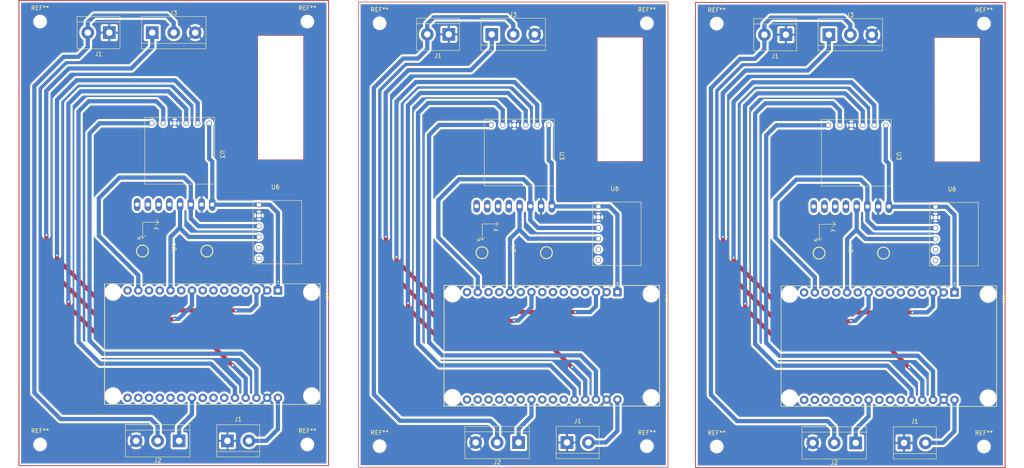
<source format=kicad_pcb>
(kicad_pcb (version 20211014) (generator pcbnew)
  (title_block (title "Ganímedes Project - Control PCB") (date "2023-05-31") (rev "1") (company "Projeto Jupiter") (comment 1 "Projected by Lucas Wu Jiajun"))
  (layers (0 "F.Cu" signal) (31 "B.Cu" signal) (34 "B.Paste" user) (35 "F.Paste" user) (36 "B.SilkS" user "B.Silkscreen") (37 "F.SilkS" user "F.Silkscreen") (38 "B.Mask" user) (39 "F.Mask" user) (44 "Edge.Cuts" user))
  (net 0 "")
  (net 1 "GND")
  (net 2 "VCC")
  (net 3 "/PWM 1")
  (net 4 "/PWM 2")
  (net 5 "/3v3")
  (net 6 "/CS")
  (net 10 "/SDA")
  (net 13 "/SCL")
  (net 23 "/HCLK")
  (net 24 "/HMISO")
  (net 25 "/HMOSI")
  (footprint "MountingHole:MountingHole_2.2mm_M2" (layer "F.Cu") (at 101.18 52.86)
    (fp_text reference "REF**")
    (fp_text value "MountingHole_2.2mm_M2")
  )
  (footprint "Symbol:Logo_Preto - Copia" (layer "F.Cu") (at 256.76 71.33 -90)
    (fp_text reference "G***" hide)
    (fp_text value "LOGO" hide)
  )
  (footprint "MountingHole:MountingHole_2.2mm_M2" (layer "F.Cu") (at 118.26 53.26)
    (fp_text reference "REF**")
    (fp_text value "MountingHole_2.2mm_M2")
  )
  (footprint "Jupiter:FlashMemory W25Q128" (layer "F.Cu") (at 79.235 86.9075 -90)
    (fp_text reference "U3")
    (fp_text value "FlashMemory_W25Q128")
  )
  (footprint "TerminalBlock:TerminalBlock_bornier-3_P5.08mm" (layer "F.Cu") (at 70.85 152 180)
    (fp_text reference "J2")
    (fp_text value "Conn_01x03_Male")
  )
  (footprint "Jupiter:FlashMemory W25Q128" (layer "F.Cu") (at 239.225 87.3875 -90)
    (fp_text reference "U3")
    (fp_text value "FlashMemory_W25Q128")
  )
  (footprint "TerminalBlock:TerminalBlock_bornier-2_P5.08mm" (layer "F.Cu") (at 134.62 55.88 180)
    (fp_text reference "J1")
    (fp_text value "Power Supply")
  )
  (footprint "GY-521:GY-521" (layer "F.Cu") (at 238.69 96.6 -90)
    (fp_text reference "U4")
    (fp_text value "GY-521 - Sensor 1")
  )
  (footprint "TerminalBlock:TerminalBlock_bornier-3_P5.08mm" (layer "F.Cu") (at 144.78 55.88)
    (fp_text reference "J3")
    (fp_text value "Conn_01x03_Male")
  )
  (footprint "MountingHole:MountingHole_2.2mm_M2" (layer "F.Cu") (at 118.26 153.26)
    (fp_text reference "REF**")
    (fp_text value "MountingHole_2.2mm_M2")
  )
  (footprint "Jupiter:FlashMemory W25Q128" (layer "F.Cu") (at 159.515 87.3075 -90)
    (fp_text reference "U3")
    (fp_text value "FlashMemory_W25Q128")
  )
  (footprint "TerminalBlock:TerminalBlock_bornier-2_P5.08mm" (layer "F.Cu") (at 162.56 152.4)
    (fp_text reference "J1")
    (fp_text value "Power Supply")
  )
  (footprint "GY-521:GY-521" (layer "F.Cu") (at 78.7 96.12 -90)
    (fp_text reference "U4")
    (fp_text value "GY-521 - Sensor 1")
  )
  (footprint "MountingHole:MountingHole_2.2mm_M2" (layer "F.Cu") (at 197.97 153.34)
    (fp_text reference "REF**")
    (fp_text value "MountingHole_2.2mm_M2")
  )
  (footprint "MountingHole:MountingHole_2.2mm_M2" (layer "F.Cu") (at 101.18 152.86)
    (fp_text reference "REF**")
    (fp_text value "MountingHole_2.2mm_M2")
  )
  (footprint "MountingHole:MountingHole_2.2mm_M2" (layer "F.Cu") (at 181.46 53.26)
    (fp_text reference "REF**")
    (fp_text value "MountingHole_2.2mm_M2")
  )
  (footprint "TerminalBlock:TerminalBlock_bornier-2_P5.08mm" (layer "F.Cu") (at 54.34 55.48 180)
    (fp_text reference "J1")
    (fp_text value "Power Supply")
  )
  (footprint "Jupiter:GY BMP280" (layer "F.Cu") (at 88.32 95.15)
    (fp_text reference "U6")
    (fp_text value "GY-BMP280")
  )
  (footprint "MountingHole:MountingHole_2.2mm_M2" (layer "F.Cu") (at 181.46 153.26)
    (fp_text reference "REF**")
    (fp_text value "MountingHole_2.2mm_M2")
  )
  (footprint "ESP32-DEVKIT-V1:MODULE_ESP32_DEVKIT_V1" (layer "F.Cu") (at 158.98 129.54 -90)
    (fp_text reference "U1")
    (fp_text value "ESP32-DEVKIT-V1")
  )
  (footprint "Jupiter:GY BMP280" (layer "F.Cu") (at 248.31 95.63)
    (fp_text reference "U6")
    (fp_text value "GY-BMP280")
  )
  (footprint "TerminalBlock:TerminalBlock_bornier-2_P5.08mm" (layer "F.Cu") (at 82.28 152)
    (fp_text reference "J1")
    (fp_text value "Power Supply")
  )
  (footprint "MountingHole:MountingHole_2.2mm_M2" (layer "F.Cu") (at 37.98 52.86)
    (fp_text reference "REF**")
    (fp_text value "MountingHole_2.2mm_M2")
  )
  (footprint "MountingHole:MountingHole_2.2mm_M2" (layer "F.Cu") (at 261.17 53.34)
    (fp_text reference "REF**")
    (fp_text value "MountingHole_2.2mm_M2")
  )
  (footprint "MountingHole:MountingHole_2.2mm_M2" (layer "F.Cu") (at 197.97 53.34)
    (fp_text reference "REF**")
    (fp_text value "MountingHole_2.2mm_M2")
  )
  (footprint "GY-521:GY-521" (layer "F.Cu") (at 158.98 96.52 -90)
    (fp_text reference "U4")
    (fp_text value "GY-521 - Sensor 1")
  )
  (footprint "TerminalBlock:TerminalBlock_bornier-3_P5.08mm" (layer "F.Cu") (at 151.13 152.4 180)
    (fp_text reference "J2")
    (fp_text value "Conn_01x03_Male")
  )
  (footprint "TerminalBlock:TerminalBlock_bornier-3_P5.08mm" (layer "F.Cu") (at 64.5 55.48)
    (fp_text reference "J3")
    (fp_text value "Conn_01x03_Male")
  )
  (footprint "TerminalBlock:TerminalBlock_bornier-2_P5.08mm" (layer "F.Cu") (at 214.33 55.96 180)
    (fp_text reference "J1")
    (fp_text value "Power Supply")
  )
  (footprint "ESP32-DEVKIT-V1:MODULE_ESP32_DEVKIT_V1" (layer "F.Cu") (at 78.7 129.14 -90)
    (fp_text reference "U1")
    (fp_text value "ESP32-DEVKIT-V1")
  )
  (footprint "TerminalBlock:TerminalBlock_bornier-3_P5.08mm" (layer "F.Cu") (at 230.84 152.48 180)
    (fp_text reference "J2")
    (fp_text value "Conn_01x03_Male")
  )
  (footprint "TerminalBlock:TerminalBlock_bornier-3_P5.08mm" (layer "F.Cu") (at 224.49 55.96)
    (fp_text reference "J3")
    (fp_text value "Conn_01x03_Male")
  )
  (footprint "MountingHole:MountingHole_2.2mm_M2" (layer "F.Cu") (at 37.98 152.86)
    (fp_text reference "REF**")
    (fp_text value "MountingHole_2.2mm_M2")
  )
  (footprint "MountingHole:MountingHole_2.2mm_M2" (layer "F.Cu") (at 261.17 153.34)
    (fp_text reference "REF**")
    (fp_text value "MountingHole_2.2mm_M2")
  )
  (footprint "Symbol:Logo_Preto - Copia" (layer "F.Cu") (at 177.05 71.25 -90)
    (fp_text reference "G***" hide)
    (fp_text value "LOGO" hide)
  )
  (footprint "Symbol:Logo_Preto - Copia" (layer "F.Cu") (at 96.77 70.85 -90)
    (fp_text reference "G***" hide)
    (fp_text value "LOGO" hide)
  )
  (footprint "Jupiter:GY BMP280" (layer "F.Cu") (at 168.6 95.55)
    (fp_text reference "U6")
    (fp_text value "GY-BMP280")
  )
  (footprint "TerminalBlock:TerminalBlock_bornier-2_P5.08mm" (layer "F.Cu") (at 242.27 152.48)
    (fp_text reference "J1")
    (fp_text value "Power Supply")
  )
  (footprint "ESP32-DEVKIT-V1:MODULE_ESP32_DEVKIT_V1" (layer "F.Cu") (at 238.69 129.62 -90)
    (fp_text reference "U1")
    (fp_text value "ESP32-DEVKIT-V1")
  )
  (gr_rect (start 32.98 47.86) (end 106.18 157.86) (layer "F.Cu") (width 0.2) (fill none))
  (gr_rect (start 260.316 86.062) (end 249.394 56.598) (layer "F.Cu") (width 0.2) (fill none))
  (gr_rect (start 100.326 85.582) (end 89.404 56.118) (layer "F.Cu") (width 0.2) (fill none))
  (gr_rect (start 192.97 48.34) (end 266.17 158.34) (layer "F.Cu") (width 0.2) (fill none))
  (gr_rect (start 113.26 48.26) (end 186.46 158.26) (layer "F.Cu") (width 0.2) (fill none))
  (gr_rect (start 180.606 85.982) (end 169.684 56.518) (layer "F.Cu") (width 0.2) (fill none))
  (gr_rect (start 113.26 48.26) (end 186.46 158.26) (layer "Edge.Cuts") (width 0.1) (fill none))
  (segment (start 64.17 146.85) (end 65.77 148.45) (width 1) (layer "B.Cu") (net 2))
  (segment (start 144.45 147.25) (end 146.05 148.85) (width 1) (layer "B.Cu") (net 2))
  (segment (start 127.3 61.6) (end 123.82 61.6) (width 1) (layer "B.Cu") (net 2))
  (segment (start 251.46 152.48) (end 254.205 149.735) (width 1) (layer "B.Cu") (net 2))
  (segment (start 49.26 53.01) (end 49.26 55.48) (width 1) (layer "B.Cu") (net 2))
  (segment (start 247.35 152.48) (end 251.46 152.48) (width 1) (layer "B.Cu") (net 2))
  (segment (start 229.57 53.59) (end 227.91 51.93) (width 1) (layer "B.Cu") (net 2))
  (segment (start 50.82 51.45) (end 49.26 53.01) (width 1) (layer "B.Cu") (net 2))
  (segment (start 196.61 68.6) (end 196.61 141.13) (width 1) (layer "B.Cu") (net 2))
  (segment (start 129.54 55.88) (end 129.54 59.36) (width 1) (layer "B.Cu") (net 2))
  (segment (start 42.82 146.85) (end 64.17 146.85) (width 1) (layer "B.Cu") (net 2))
  (segment (start 36.62 68.12) (end 36.62 140.65) (width 1) (layer "B.Cu") (net 2))
  (segment (start 129.54 59.36) (end 127.3 61.6) (width 1) (layer "B.Cu") (net 2))
  (segment (start 210.81 51.93) (end 209.25 53.49) (width 1) (layer "B.Cu") (net 2))
  (segment (start 225.76 148.93) (end 225.76 152.48) (width 1) (layer "B.Cu") (net 2))
  (segment (start 65.77 148.45) (end 65.77 152) (width 1) (layer "B.Cu") (net 2))
  (segment (start 254.205 149.735) (end 254.205 142.32) (width 1) (layer "B.Cu") (net 2))
  (segment (start 91.47 152) (end 94.215 149.255) (width 1) (layer "B.Cu") (net 2))
  (segment (start 49.26 55.48) (end 49.26 58.96) (width 1) (layer "B.Cu") (net 2))
  (segment (start 94.215 149.255) (end 94.215 141.84) (width 1) (layer "B.Cu") (net 2))
  (segment (start 87.36 152) (end 91.47 152) (width 1) (layer "B.Cu") (net 2))
  (segment (start 43.54 61.2) (end 36.62 68.12) (width 1) (layer "B.Cu") (net 2))
  (segment (start 207.01 61.68) (end 203.53 61.68) (width 1) (layer "B.Cu") (net 2))
  (segment (start 209.25 53.49) (end 209.25 55.96) (width 1) (layer "B.Cu") (net 2))
  (segment (start 149.86 55.88) (end 149.86 53.51) (width 1) (layer "B.Cu") (net 2))
  (segment (start 129.54 53.41) (end 129.54 55.88) (width 1) (layer "B.Cu") (net 2))
  (segment (start 174.495 149.655) (end 174.495 142.24) (width 1) (layer "B.Cu") (net 2))
  (segment (start 116.9 141.05) (end 123.1 147.25) (width 1) (layer "B.Cu") (net 2))
  (segment (start 69.58 53.11) (end 67.92 51.45) (width 1) (layer "B.Cu") (net 2))
  (segment (start 148.2 51.85) (end 131.1 51.85) (width 1) (layer "B.Cu") (net 2))
  (segment (start 209.25 59.44) (end 207.01 61.68) (width 1) (layer "B.Cu") (net 2))
  (segment (start 123.82 61.6) (end 116.9 68.52) (width 1) (layer "B.Cu") (net 2))
  (segment (start 196.61 141.13) (end 202.81 147.33) (width 1) (layer "B.Cu") (net 2))
  (segment (start 209.25 55.96) (end 209.25 59.44) (width 1) (layer "B.Cu") (net 2))
  (segment (start 227.91 51.93) (end 210.81 51.93) (width 1) (layer "B.Cu") (net 2))
  (segment (start 229.57 55.96) (end 229.57 53.59) (width 1) (layer "B.Cu") (net 2))
  (segment (start 171.75 152.4) (end 174.495 149.655) (width 1) (layer "B.Cu") (net 2))
  (segment (start 116.9 68.52) (end 116.9 141.05) (width 1) (layer "B.Cu") (net 2))
  (segment (start 47.02 61.2) (end 43.54 61.2) (width 1) (layer "B.Cu") (net 2))
  (segment (start 146.05 148.85) (end 146.05 152.4) (width 1) (layer "B.Cu") (net 2))
  (segment (start 224.16 147.33) (end 225.76 148.93) (width 1) (layer "B.Cu") (net 2))
  (segment (start 49.26 58.96) (end 47.02 61.2) (width 1) (layer "B.Cu") (net 2))
  (segment (start 69.58 55.48) (end 69.58 53.11) (width 1) (layer "B.Cu") (net 2))
  (segment (start 149.86 53.51) (end 148.2 51.85) (width 1) (layer "B.Cu") (net 2))
  (segment (start 36.62 140.65) (end 42.82 146.85) (width 1) (layer "B.Cu") (net 2))
  (segment (start 167.64 152.4) (end 171.75 152.4) (width 1) (layer "B.Cu") (net 2))
  (segment (start 131.1 51.85) (end 129.54 53.41) (width 1) (layer "B.Cu") (net 2))
  (segment (start 202.81 147.33) (end 224.16 147.33) (width 1) (layer "B.Cu") (net 2))
  (segment (start 67.92 51.45) (end 50.82 51.45) (width 1) (layer "B.Cu") (net 2))
  (segment (start 203.53 61.68) (end 196.61 68.6) (width 1) (layer "B.Cu") (net 2))
  (segment (start 123.1 147.25) (end 144.45 147.25) (width 1) (layer "B.Cu") (net 2))
  (segment (start 230.84 149.25) (end 233.885 146.205) (width 1) (layer "B.Cu") (net 3))
  (segment (start 154.175 146.125) (end 154.175 142.24) (width 1) (layer "B.Cu") (net 3))
  (segment (start 70.85 152) (end 70.85 148.77) (width 1) (layer "B.Cu") (net 3))
  (segment (start 151.13 152.4) (end 151.13 149.17) (width 1) (layer "B.Cu") (net 3))
  (segment (start 230.84 152.48) (end 230.84 149.25) (width 1) (layer "B.Cu") (net 3))
  (segment (start 233.885 146.205) (end 233.885 142.32) (width 1) (layer "B.Cu") (net 3))
  (segment (start 70.85 148.77) (end 73.895 145.725) (width 1) (layer "B.Cu") (net 3))
  (segment (start 151.13 149.17) (end 154.175 146.125) (width 1) (layer "B.Cu") (net 3))
  (segment (start 73.895 145.725) (end 73.895 141.84) (width 1) (layer "B.Cu") (net 3))
  (segment (start 39.47 110.6) (end 52.12 123.25) (width 1) (layer "F.Cu") (net 4))
  (segment (start 212.11 123.73) (end 229.61 123.73) (width 1) (layer "F.Cu") (net 4))
  (segment (start 52.12 123.25) (end 69.62 123.25) (width 1) (layer "F.Cu") (net 4))
  (segment (start 132.4 123.65) (end 149.9 123.65) (width 1) (layer "F.Cu") (net 4))
  (segment (start 229.61 123.73) (end 229.71 123.63) (width 1) (layer "F.Cu") (net 4))
  (segment (start 39.47 103.3) (end 39.47 110.6) (width 1) (layer "F.Cu") (net 4))
  (segment (start 199.46 103.78) (end 199.46 111.08) (width 1) (layer "F.Cu") (net 4))
  (segment (start 149.9 123.65) (end 150 123.55) (width 1) (layer "F.Cu") (net 4))
  (segment (start 119.75 103.7) (end 119.75 111) (width 1) (layer "F.Cu") (net 4))
  (segment (start 69.62 123.25) (end 69.72 123.15) (width 1) (layer "F.Cu") (net 4))
  (segment (start 119.75 111) (end 132.4 123.65) (width 1) (layer "F.Cu") (net 4))
  (segment (start 199.46 111.08) (end 212.11 123.73) (width 1) (layer "F.Cu") (net 4))
  (via (at 229.71 123.63) (size 0.8) (drill 0.4) (layers "F.Cu" "B.Cu") (net 4))
  (via (at 199.46 103.78) (size 0.8) (drill 0.4) (layers "F.Cu" "B.Cu") (net 4))
  (via (at 119.75 103.7) (size 0.8) (drill 0.4) (layers "F.Cu" "B.Cu") (net 4))
  (via (at 39.47 103.3) (size 0.8) (drill 0.4) (layers "F.Cu" "B.Cu") (net 4))
  (via (at 69.72 123.15) (size 0.8) (drill 0.4) (layers "F.Cu" "B.Cu") (net 4))
  (via (at 150 123.55) (size 0.8) (drill 0.4) (layers "F.Cu" "B.Cu") (net 4))
  (segment (start 224.49 59.45) (end 224.49 55.96) (width 1) (layer "B.Cu") (net 4))
  (segment (start 150 123.55) (end 151.05 123.55) (width 1) (layer "B.Cu") (net 4))
  (segment (start 64.5 58.97) (end 64.5 55.48) (width 1) (layer "B.Cu") (net 4))
  (segment (start 204.76 64.43) (end 219.51 64.43) (width 1) (layer "B.Cu") (net 4))
  (segment (start 119.7 69.7) (end 125.05 64.35) (width 1) (layer "B.Cu") (net 4))
  (segment (start 154.175 120.425) (end 154.175 116.84) (width 1) (layer "B.Cu") (net 4))
  (segment (start 230.76 123.63) (end 233.885 120.505) (width 1) (layer "B.Cu") (net 4))
  (segment (start 151.05 123.55) (end 154.175 120.425) (width 1) (layer "B.Cu") (net 4))
  (segment (start 219.51 64.43) (end 224.49 59.45) (width 1) (layer "B.Cu") (net 4))
  (segment (start 70.77 123.15) (end 73.895 120.025) (width 1) (layer "B.Cu") (net 4))
  (segment (start 44.77 63.95) (end 59.52 63.95) (width 1) (layer "B.Cu") (net 4))
  (segment (start 119.75 103.7) (end 119.7 103.65) (width 1) (layer "B.Cu") (net 4))
  (segment (start 139.8 64.35) (end 144.78 59.37) (width 1) (layer "B.Cu") (net 4))
  (segment (start 199.46 103.78) (end 199.41 103.73) (width 1) (layer "B.Cu") (net 4))
  (segment (start 59.52 63.95) (end 64.5 58.97) (width 1) (layer "B.Cu") (net 4))
  (segment (start 199.41 69.78) (end 204.76 64.43) (width 1) (layer "B.Cu") (net 4))
  (segment (start 39.42 103.25) (end 39.42 69.3) (width 1) (layer "B.Cu") (net 4))
  (segment (start 125.05 64.35) (end 139.8 64.35) (width 1) (layer "B.Cu") (net 4))
  (segment (start 233.885 120.505) (end 233.885 116.92) (width 1) (layer "B.Cu") (net 4))
  (segment (start 229.71 123.63) (end 230.76 123.63) (width 1) (layer "B.Cu") (net 4))
  (segment (start 199.41 103.73) (end 199.41 69.78) (width 1) (layer "B.Cu") (net 4))
  (segment (start 69.72 123.15) (end 70.77 123.15) (width 1) (layer "B.Cu") (net 4))
  (segment (start 39.42 69.3) (end 44.77 63.95) (width 1) (layer "B.Cu") (net 4))
  (segment (start 119.7 103.65) (end 119.7 69.7) (width 1) (layer "B.Cu") (net 4))
  (segment (start 39.47 103.3) (end 39.42 103.25) (width 1) (layer "B.Cu") (net 4))
  (segment (start 73.895 120.025) (end 73.895 116.44) (width 1) (layer "B.Cu") (net 4))
  (segment (start 144.78 59.37) (end 144.78 55.88) (width 1) (layer "B.Cu") (net 4))
  (segment (start 78.7 96.12) (end 78.7 85.98) (width 1) (layer "B.Cu") (net 5))
  (segment (start 92.291 96.171) (end 94.22 98.1) (width 1) (layer "B.Cu") (net 5))
  (segment (start 158.98 86.38) (end 158.242 85.642) (width 1) (layer "B.Cu") (net 5))
  (segment (start 170 96.571) (end 159.031 96.571) (width 1) (layer "B.Cu") (net 5))
  (segment (start 254.21 98.58) (end 254.21 102.441) (width 1) (layer "B.Cu") (net 5))
  (segment (start 252.281 96.651) (end 254.21 98.58) (width 1) (layer "B.Cu") (net 5))
  (segment (start 254.21 102.441) (end 254.205 102.446) (width 1) (layer "B.Cu") (net 5))
  (segment (start 158.98 96.52) (end 158.98 86.38) (width 1) (layer "B.Cu") (net 5))
  (segment (start 172.571 96.571) (end 174.5 98.5) (width 1) (layer "B.Cu") (net 5))
  (segment (start 249.71 96.651) (end 252.281 96.651) (width 1) (layer "B.Cu") (net 5))
  (segment (start 159.031 96.571) (end 158.98 96.52) (width 1) (layer "B.Cu") (net 5))
  (segment (start 237.952 85.722) (end 237.952 77.3875) (width 1) (layer "B.Cu") (net 5))
  (segment (start 174.5 102.361) (end 174.495 102.366) (width 1) (layer "B.Cu") (net 5))
  (segment (start 238.69 86.46) (end 237.952 85.722) (width 1) (layer "B.Cu") (net 5))
  (segment (start 89.72 96.171) (end 92.291 96.171) (width 1) (layer "B.Cu") (net 5))
  (segment (start 77.962 85.242) (end 77.962 76.9075) (width 1) (layer "B.Cu") (net 5))
  (segment (start 238.69 96.6) (end 238.69 86.46) (width 1) (layer "B.Cu") (net 5))
  (segment (start 94.215 116.44) (end 94.215 101.966) (width 1) (layer "B.Cu") (net 5))
  (segment (start 78.7 85.98) (end 77.962 85.242) (width 1) (layer "B.Cu") (net 5))
  (segment (start 78.751 96.171) (end 78.7 96.12) (width 1) (layer "B.Cu") (net 5))
  (segment (start 174.5 98.5) (end 174.5 102.361) (width 1) (layer "B.Cu") (net 5))
  (segment (start 94.22 98.1) (end 94.22 101.961) (width 1) (layer "B.Cu") (net 5))
  (segment (start 249.71 96.651) (end 238.741 96.651) (width 1) (layer "B.Cu") (net 5))
  (segment (start 174.495 116.84) (end 174.495 102.366) (width 1) (layer "B.Cu") (net 5))
  (segment (start 238.741 96.651) (end 238.69 96.6) (width 1) (layer "B.Cu") (net 5))
  (segment (start 254.205 116.92) (end 254.205 102.446) (width 1) (layer "B.Cu") (net 5))
  (segment (start 158.242 85.642) (end 158.242 77.3075) (width 1) (layer "B.Cu") (net 5))
  (segment (start 89.72 96.171) (end 78.751 96.171) (width 1) (layer "B.Cu") (net 5))
  (segment (start 94.22 101.961) (end 94.215 101.966) (width 1) (layer "B.Cu") (net 5))
  (segment (start 170 96.571) (end 172.571 96.571) (width 1) (layer "B.Cu") (net 5))
  (segment (start 122.25 108.55) (end 122.25 109.3) (width 1) (layer "F.Cu") (net 6))
  (segment (start 41.97 108.15) (end 41.97 108.9) (width 1) (layer "F.Cu") (net 6))
  (segment (start 134.5 121.55) (end 164.569164 121.55) (width 1) (layer "F.Cu") (net 6))
  (segment (start 201.96 108.63) (end 201.96 109.38) (width 1) (layer "F.Cu") (net 6))
  (segment (start 122.25 109.3) (end 134.5 121.55) (width 1) (layer "F.Cu") (net 6))
  (segment (start 214.21 121.63) (end 244.279164 121.63) (width 1) (layer "F.Cu") (net 6))
  (segment (start 54.22 121.15) (end 84.289164 121.15) (width 1) (layer "F.Cu") (net 6))
  (segment (start 41.97 108.9) (end 54.22 121.15) (width 1) (layer "F.Cu") (net 6))
  (segment (start 201.96 109.38) (end 214.21 121.63) (width 1) (layer "F.Cu") (net 6))
  (via (at 122.25 108.55) (size 0.8) (drill 0.4) (layers "F.Cu" "B.Cu") (net 6))
  (via (at 201.96 108.63) (size 0.8) (drill 0.4) (layers "F.Cu" "B.Cu") (net 6))
  (via (at 244.279164 121.63) (size 0.8) (drill 0.4) (layers "F.Cu" "B.Cu") (net 6))
  (via (at 84.289164 121.15) (size 0.8) (drill 0.4) (layers "F.Cu" "B.Cu") (net 6))
  (via (at 164.569164 121.55) (size 0.8) (drill 0.4) (layers "F.Cu" "B.Cu") (net 6))
  (via (at 41.97 108.15) (size 0.8) (drill 0.4) (layers "F.Cu" "B.Cu") (net 6))
  (segment (start 87.77 121.15) (end 89.135 119.785) (width 1) (layer "B.Cu") (net 6))
  (segment (start 41.97 71.35) (end 46.57 66.75) (width 1) (layer "B.Cu") (net 6))
  (segment (start 122.25 108.55) (end 122.25 71.75) (width 1) (layer "B.Cu") (net 6))
  (segment (start 69.87 66.75) (end 75.25 72.13) (width 1) (layer "B.Cu") (net 6))
  (segment (start 150.15 67.15) (end 155.53 72.53) (width 1) (layer "B.Cu") (net 6))
  (segment (start 235.24 72.61) (end 235.24 77.3875) (width 1) (layer "B.Cu") (net 6))
  (segment (start 164.569164 121.55) (end 168.05 121.55) (width 1) (layer "B.Cu") (net 6))
  (segment (start 122.25 71.75) (end 126.85 67.15) (width 1) (layer "B.Cu") (net 6))
  (segment (start 155.53 72.53) (end 155.53 77.3075) (width 1) (layer "B.Cu") (net 6))
  (segment (start 168.05 121.55) (end 169.415 120.185) (width 1) (layer "B.Cu") (net 6))
  (segment (start 84.289164 121.15) (end 87.77 121.15) (width 1) (layer "B.Cu") (net 6))
  (segment (start 41.97 108.15) (end 41.97 71.35) (width 1) (layer "B.Cu") (net 6))
  (segment (start 206.56 67.23) (end 229.86 67.23) (width 1) (layer "B.Cu") (net 6))
  (segment (start 244.279164 121.63) (end 247.76 121.63) (width 1) (layer "B.Cu") (net 6))
  (segment (start 201.96 108.63) (end 201.96 71.83) (width 1) (layer "B.Cu") (net 6))
  (segment (start 169.415 120.185) (end 169.415 116.84) (width 1) (layer "B.Cu") (net 6))
  (segment (start 249.125 120.265) (end 249.125 116.92) (width 1) (layer "B.Cu") (net 6))
  (segment (start 201.96 71.83) (end 206.56 67.23) (width 1) (layer "B.Cu") (net 6))
  (segment (start 126.85 67.15) (end 150.15 67.15) (width 1) (layer "B.Cu") (net 6))
  (segment (start 247.76 121.63) (end 249.125 120.265) (width 1) (layer "B.Cu") (net 6))
  (segment (start 75.25 72.13) (end 75.25 76.9075) (width 1) (layer "B.Cu") (net 6))
  (segment (start 89.135 119.785) (end 89.135 116.44) (width 1) (layer "B.Cu") (net 6))
  (segment (start 46.57 66.75) (end 69.87 66.75) (width 1) (layer "B.Cu") (net 6))
  (segment (start 229.86 67.23) (end 235.24 72.61) (width 1) (layer "B.Cu") (net 6))
  (segment (start 70.93 101.69) (end 68.815 103.805) (width 1) (layer "B.Cu") (net 10))
  (segment (start 71.08 96.12) (end 71.08 101.69) (width 1) (layer "B.Cu") (net 10))
  (segment (start 151.36 102.09) (end 151.21 102.09) (width 1) (layer "B.Cu") (net 10))
  (segment (start 231.07 102.19) (end 231.07 102.17) (width 1) (layer "B.Cu") (net 10))
  (segment (start 151.21 102.09) (end 149.095 104.205) (width 1) (layer "B.Cu") (net 10))
  (segment (start 228.805 104.285) (end 228.805 116.92) (width 1) (layer "B.Cu") (net 10))
  (segment (start 231.07 96.6) (end 231.07 102.17) (width 1) (layer "B.Cu") (net 10))
  (segment (start 151.36 96.52) (end 151.36 102.09) (width 1) (layer "B.Cu") (net 10))
  (segment (start 68.815 103.805) (end 68.815 116.44) (width 1) (layer "B.Cu") (net 10))
  (segment (start 153.441 104.191) (end 151.36 102.11) (width 1) (layer "B.Cu") (net 10))
  (segment (start 231.07 102.17) (end 230.92 102.17) (width 1) (layer "B.Cu") (net 10))
  (segment (start 249.71 104.271) (end 233.151 104.271) (width 1) (layer "B.Cu") (net 10))
  (segment (start 233.151 104.271) (end 231.07 102.19) (width 1) (layer "B.Cu") (net 10))
  (segment (start 230.92 102.17) (end 228.805 104.285) (width 1) (layer "B.Cu") (net 10))
  (segment (start 89.72 103.791) (end 73.161 103.791) (width 1) (layer "B.Cu") (net 10))
  (segment (start 71.08 101.71) (end 71.08 101.69) (width 1) (layer "B.Cu") (net 10))
  (segment (start 149.095 104.205) (end 149.095 116.84) (width 1) (layer "B.Cu") (net 10))
  (segment (start 151.36 102.11) (end 151.36 102.09) (width 1) (layer "B.Cu") (net 10))
  (segment (start 170 104.191) (end 153.441 104.191) (width 1) (layer "B.Cu") (net 10))
  (segment (start 71.08 101.69) (end 70.93 101.69) (width 1) (layer "B.Cu") (net 10))
  (segment (start 73.161 103.791) (end 71.08 101.71) (width 1) (layer "B.Cu") (net 10))
  (segment (start 73.62 91.35) (end 72.02 89.75) (width 1) (layer "B.Cu") (net 13))
  (segment (start 216.76 90.23) (end 211.86 95.13) (width 1) (layer "B.Cu") (net 13))
  (segment (start 73.62 96.12) (end 73.62 99.45) (width 1) (layer "B.Cu") (net 13))
  (segment (start 89.72 101.251) (end 75.421 101.251) (width 1) (layer "B.Cu") (net 13))
  (segment (start 221.185 113.305) (end 221.185 116.92) (width 1) (layer "B.Cu") (net 13))
  (segment (start 132.15 95.05) (end 132.15 103.9) (width 1) (layer "B.Cu") (net 13))
  (segment (start 153.9 96.52) (end 153.9 91.75) (width 1) (layer "B.Cu") (net 13))
  (segment (start 51.87 103.5) (end 61.195 112.825) (width 1) (layer "B.Cu") (net 13))
  (segment (start 211.86 95.13) (end 211.86 103.98) (width 1) (layer "B.Cu") (net 13))
  (segment (start 155.701 101.651) (end 153.9 99.85) (width 1) (layer "B.Cu") (net 13))
  (segment (start 72.02 89.75) (end 56.77 89.75) (width 1) (layer "B.Cu") (net 13))
  (segment (start 152.3 90.15) (end 137.05 90.15) (width 1) (layer "B.Cu") (net 13))
  (segment (start 249.71 101.731) (end 235.411 101.731) (width 1) (layer "B.Cu") (net 13))
  (segment (start 75.421 101.251) (end 73.62 99.45) (width 1) (layer "B.Cu") (net 13))
  (segment (start 233.61 96.6) (end 233.61 99.93) (width 1) (layer "B.Cu") (net 13))
  (segment (start 132.15 103.9) (end 141.475 113.225) (width 1) (layer "B.Cu") (net 13))
  (segment (start 73.62 96.12) (end 73.62 91.35) (width 1) (layer "B.Cu") (net 13))
  (segment (start 153.9 96.52) (end 153.9 99.85) (width 1) (layer "B.Cu") (net 13))
  (segment (start 61.195 112.825) (end 61.195 116.44) (width 1) (layer "B.Cu") (net 13))
  (segment (start 141.475 113.225) (end 141.475 116.84) (width 1) (layer "B.Cu") (net 13))
  (segment (start 232.01 90.23) (end 216.76 90.23) (width 1) (layer "B.Cu") (net 13))
  (segment (start 233.61 91.83) (end 232.01 90.23) (width 1) (layer "B.Cu") (net 13))
  (segment (start 170 101.651) (end 155.701 101.651) (width 1) (layer "B.Cu") (net 13))
  (segment (start 56.77 89.75) (end 51.87 94.65) (width 1) (layer "B.Cu") (net 13))
  (segment (start 137.05 90.15) (end 132.15 95.05) (width 1) (layer "B.Cu") (net 13))
  (segment (start 51.87 94.65) (end 51.87 103.5) (width 1) (layer "B.Cu") (net 13))
  (segment (start 153.9 91.75) (end 152.3 90.15) (width 1) (layer "B.Cu") (net 13))
  (segment (start 211.86 103.98) (end 221.185 113.305) (width 1) (layer "B.Cu") (net 13))
  (segment (start 235.411 101.731) (end 233.61 99.93) (width 1) (layer "B.Cu") (net 13))
  (segment (start 233.61 96.6) (end 233.61 91.83) (width 1) (layer "B.Cu") (net 13))
  (segment (start 145.7 72.1) (end 129.75 72.1) (width 1) (layer "B.Cu") (net 23))
  (segment (start 132.45 134.15) (end 158.65 134.15) (width 1) (layer "B.Cu") (net 23))
  (segment (start 84.055 139.435) (end 84.055 141.84) (width 1) (layer "B.Cu") (net 23))
  (segment (start 52.17 133.75) (end 78.37 133.75) (width 1) (layer "B.Cu") (net 23))
  (segment (start 67.102 73.382) (end 65.42 71.7) (width 1) (layer "B.Cu") (net 23))
  (segment (start 209.46 72.18) (end 207.06 74.58) (width 1) (layer "B.Cu") (net 23))
  (segment (start 227.092 73.862) (end 225.41 72.18) (width 1) (layer "B.Cu") (net 23))
  (segment (start 127.35 74.5) (end 127.35 129.05) (width 1) (layer "B.Cu") (net 23))
  (segment (start 238.36 134.23) (end 244.045 139.915) (width 1) (layer "B.Cu") (net 23))
  (segment (start 147.382 73.782) (end 145.7 72.1) (width 1) (layer "B.Cu") (net 23))
  (segment (start 207.06 129.13) (end 212.16 134.23) (width 1) (layer "B.Cu") (net 23))
  (segment (start 207.06 74.58) (end 207.06 129.13) (width 1) (layer "B.Cu") (net 23))
  (segment (start 164.335 139.835) (end 164.335 142.24) (width 1) (layer "B.Cu") (net 23))
  (segment (start 244.045 139.915) (end 244.045 142.32) (width 1) (layer "B.Cu") (net 23))
  (segment (start 158.65 134.15) (end 164.335 139.835) (width 1) (layer "B.Cu") (net 23))
  (segment (start 67.102 76.9075) (end 67.102 73.382) (width 1) (layer "B.Cu") (net 23))
  (segment (start 147.382 77.3075) (end 147.382 73.782) (width 1) (layer "B.Cu") (net 23))
  (segment (start 78.37 133.75) (end 84.055 139.435) (width 1) (layer "B.Cu") (net 23))
  (segment (start 212.16 134.23) (end 238.36 134.23) (width 1) (layer "B.Cu") (net 23))
  (segment (start 127.35 129.05) (end 132.45 134.15) (width 1) (layer "B.Cu") (net 23))
  (segment (start 47.07 74.1) (end 47.07 128.65) (width 1) (layer "B.Cu") (net 23))
  (segment (start 129.75 72.1) (end 127.35 74.5) (width 1) (layer "B.Cu") (net 23))
  (segment (start 47.07 128.65) (end 52.17 133.75) (width 1) (layer "B.Cu") (net 23))
  (segment (start 225.41 72.18) (end 209.46 72.18) (width 1) (layer "B.Cu") (net 23))
  (segment (start 49.47 71.7) (end 47.07 74.1) (width 1) (layer "B.Cu") (net 23))
  (segment (start 227.092 77.3875) (end 227.092 73.862) (width 1) (layer "B.Cu") (net 23))
  (segment (start 65.42 71.7) (end 49.47 71.7) (width 1) (layer "B.Cu") (net 23))
  (segment (start 204.71 120.63) (end 213.51 129.43) (width 1) (layer "F.Cu") (net 24))
  (segment (start 125 120.55) (end 133.8 129.35) (width 1) (layer "F.Cu") (net 24))
  (segment (start 44.72 119.05) (end 44.72 120.15) (width 1) (layer "F.Cu") (net 24))
  (segment (start 125 119.45) (end 125 120.55) (width 1) (layer "F.Cu") (net 24))
  (segment (start 78.22 128.95) (end 83.42 134.15) (width 1) (layer "F.Cu") (net 24))
  (segment (start 83.42 134.15) (end 83.52 134.15) (width 1) (layer "F.Cu") (net 24))
  (segment (start 238.21 129.43) (end 243.41 134.63) (width 1) (layer "F.Cu") (net 24))
  (segment (start 158.5 129.35) (end 163.7 134.55) (width 1) (layer "F.Cu") (net 24))
  (segment (start 53.52 128.95) (end 78.22 128.95) (width 1) (layer "F.Cu") (net 24))
  (segment (start 243.41 134.63) (end 243.51 134.63) (width 1) (layer "F.Cu") (net 24))
  (segment (start 204.71 119.53) (end 204.71 120.63) (width 1) (layer "F.Cu") (net 24))
  (segment (start 163.7 134.55) (end 163.8 134.55) (width 1) (layer "F.Cu") (net 24))
  (segment (start 133.8 129.35) (end 158.5 129.35) (width 1) (layer "F.Cu") (net 24))
  (segment (start 44.72 120.15) (end 53.52 128.95) (width 1) (layer "F.Cu") (net 24))
  (segment (start 213.51 129.43) (end 238.21 129.43) (width 1) (layer "F.Cu") (net 24))
  (via (at 163.8 134.55) (size 0.8) (drill 0.4) (layers "F.Cu" "B.Cu") (net 24))
  (via (at 83.52 134.15) (size 0.8) (drill 0.4) (layers "F.Cu" "B.Cu") (net 24))
  (via (at 125 119.45) (size 0.8) (drill 0.4) (layers "F.Cu" "B.Cu") (net 24))
  (via (at 44.72 119.05) (size 0.8) (drill 0.4) (layers "F.Cu" "B.Cu") (net 24))
  (via (at 243.51 134.63) (size 0.8) (drill 0.4) (layers "F.Cu" "B.Cu") (net 24))
  (via (at 204.71 119.53) (size 0.8) (drill 0.4) (layers "F.Cu" "B.Cu") (net 24))
  (segment (start 86.595 137.225) (end 86.595 141.84) (width 1) (layer "B.Cu") (net 24))
  (segment (start 166.875 137.625) (end 166.875 142.24) (width 1) (layer "B.Cu") (net 24))
  (segment (start 124.95 119.4) (end 124.95 72.7) (width 1) (layer "B.Cu") (net 24))
  (segment (start 243.51 134.63) (end 246.585 137.705) (width 1) (layer "B.Cu") (net 24))
  (segment (start 207.61 69.83) (end 228.36 69.83) (width 1) (layer "B.Cu") (net 24))
  (segment (start 232.524 73.994) (end 232.524 77.3875) (width 1) (layer "B.Cu") (net 24))
  (segment (start 204.66 72.78) (end 207.61 69.83) (width 1) (layer "B.Cu") (net 24))
  (segment (start 44.67 119) (end 44.67 72.3) (width 1) (layer "B.Cu") (net 24))
  (segment (start 125 119.45) (end 124.95 119.4) (width 1) (layer "B.Cu") (net 24))
  (segment (start 83.52 134.15) (end 86.595 137.225) (width 1) (layer "B.Cu") (net 24))
  (segment (start 124.95 72.7) (end 127.9 69.75) (width 1) (layer "B.Cu") (net 24))
  (segment (start 152.814 73.914) (end 152.814 77.3075) (width 1) (layer "B.Cu") (net 24))
  (segment (start 163.8 134.55) (end 166.875 137.625) (width 1) (layer "B.Cu") (net 24))
  (segment (start 44.72 119.05) (end 44.67 119) (width 1) (layer "B.Cu") (net 24))
  (segment (start 204.71 119.53) (end 204.66 119.48) (width 1) (layer "B.Cu") (net 24))
  (segment (start 228.36 69.83) (end 232.524 73.994) (width 1) (layer "B.Cu") (net 24))
  (segment (start 72.534 73.514) (end 72.534 76.9075) (width 1) (layer "B.Cu") (net 24))
  (segment (start 204.66 119.48) (end 204.66 72.78) (width 1) (layer "B.Cu") (net 24))
  (segment (start 44.67 72.3) (end 47.62 69.35) (width 1) (layer "B.Cu") (net 24))
  (segment (start 47.62 69.35) (end 68.37 69.35) (width 1) (layer "B.Cu") (net 24))
  (segment (start 148.65 69.75) (end 152.814 73.914) (width 1) (layer "B.Cu") (net 24))
  (segment (start 246.585 137.705) (end 246.585 142.32) (width 1) (layer "B.Cu") (net 24))
  (segment (start 127.9 69.75) (end 148.65 69.75) (width 1) (layer "B.Cu") (net 24))
  (segment (start 68.37 69.35) (end 72.534 73.514) (width 1) (layer "B.Cu") (net 24))
  (segment (start 49.67 79.3) (end 49.67 128.3) (width 1) (layer "B.Cu") (net 25))
  (segment (start 212.76 131.88) (end 245.51 131.88) (width 1) (layer "B.Cu") (net 25))
  (segment (start 52.77 131.4) (end 85.52 131.4) (width 1) (layer "B.Cu") (net 25))
  (segment (start 169.415 135.415) (end 169.415 142.24) (width 1) (layer "B.Cu") (net 25))
  (segment (start 52.0625 76.9075) (end 49.67 79.3) (width 1) (layer "B.Cu") (net 25))
  (segment (start 89.135 135.015) (end 89.135 141.84) (width 1) (layer "B.Cu") (net 25))
  (segment (start 49.67 128.3) (end 52.77 131.4) (width 1) (layer "B.Cu") (net 25))
  (segment (start 64.386 76.9075) (end 52.0625 76.9075) (width 1) (layer "B.Cu") (net 25))
  (segment (start 249.125 135.495) (end 249.125 142.32) (width 1) (layer "B.Cu") (net 25))
  (segment (start 165.8 131.8) (end 169.415 135.415) (width 1) (layer "B.Cu") (net 25))
  (segment (start 85.52 131.4) (end 89.135 135.015) (width 1) (layer "B.Cu") (net 25))
  (segment (start 212.0525 77.3875) (end 209.66 79.78) (width 1) (layer "B.Cu") (net 25))
  (segment (start 132.3425 77.3075) (end 129.95 79.7) (width 1) (layer "B.Cu") (net 25))
  (segment (start 245.51 131.88) (end 249.125 135.495) (width 1) (layer "B.Cu") (net 25))
  (segment (start 129.95 79.7) (end 129.95 128.7) (width 1) (layer "B.Cu") (net 25))
  (segment (start 129.95 128.7) (end 133.05 131.8) (width 1) (layer "B.Cu") (net 25))
  (segment (start 209.66 128.78) (end 212.76 131.88) (width 1) (layer "B.Cu") (net 25))
  (segment (start 209.66 79.78) (end 209.66 128.78) (width 1) (layer "B.Cu") (net 25))
  (segment (start 133.05 131.8) (end 165.8 131.8) (width 1) (layer "B.Cu") (net 25))
  (segment (start 224.376 77.3875) (end 212.0525 77.3875) (width 1) (layer "B.Cu") (net 25))
  (segment (start 144.666 77.3075) (end 132.3425 77.3075) (width 1) (layer "B.Cu") (net 25))
  (zone (net 1) (net_name "GND") (layer "B.Cu") (connect_pads thru_hole_only (clearance 0.508)) (min_thickness 0.254) (fill yes (thermal_gap 0.508) (thermal_bridge_width 0.508) (island_removal_mode 1) (island_area_min 0))
    (polygon (pts (xy 186.45 158.25) (xy 113.26 158.25) (xy 113.26 48.26) (xy 186.45 48.25)))
  )
  (zone (net 0) (net_name "") (layer "B.Cu") (connect_pads (clearance 0)) (min_thickness 0.254)
    (keepout (tracks not_allowed) (vias not_allowed) (pads not_allowed) (copperpour not_allowed) (footprints allowed))
    (fill (thermal_gap 0) (thermal_bridge_width 0.508))
    (polygon (pts (xy 100.34 85.6) (xy 89.4 85.56) (xy 89.43 56.1) (xy 100.35 56.09)))
  )
  (zone (net 1) (net_name "GND") (layer "B.Cu") (connect_pads thru_hole_only (clearance 0.508)) (min_thickness 0.254) (fill yes (thermal_gap 0.508) (thermal_bridge_width 0.508) (island_removal_mode 1) (island_area_min 0))
    (polygon (pts (xy 106.17 157.85) (xy 32.98 157.85) (xy 32.98 47.86) (xy 106.17 47.85)))
  )
  (zone (net 0) (net_name "") (layer "B.Cu") (connect_pads (clearance 0)) (min_thickness 0.254)
    (keepout (tracks not_allowed) (vias not_allowed) (pads not_allowed) (copperpour not_allowed) (footprints allowed))
    (fill (thermal_gap 0) (thermal_bridge_width 0.508))
    (polygon (pts (xy 180.62 86) (xy 169.68 85.96) (xy 169.71 56.5) (xy 180.63 56.49)))
  )
  (zone (net 0) (net_name "") (layer "B.Cu") (connect_pads (clearance 0)) (min_thickness 0.254)
    (keepout (tracks not_allowed) (vias not_allowed) (pads not_allowed) (copperpour not_allowed) (footprints allowed))
    (fill (thermal_gap 0) (thermal_bridge_width 0.508))
    (polygon (pts (xy 260.33 86.08) (xy 249.39 86.04) (xy 249.42 56.58) (xy 260.34 56.57)))
  )
  (zone (net 1) (net_name "GND") (layer "B.Cu") (connect_pads thru_hole_only (clearance 0.508)) (min_thickness 0.254) (fill yes (thermal_gap 0.508) (thermal_bridge_width 0.508) (island_removal_mode 1) (island_area_min 0))
    (polygon (pts (xy 266.16 158.33) (xy 192.97 158.33) (xy 192.97 48.34) (xy 266.16 48.33)))
  )
)
</source>
